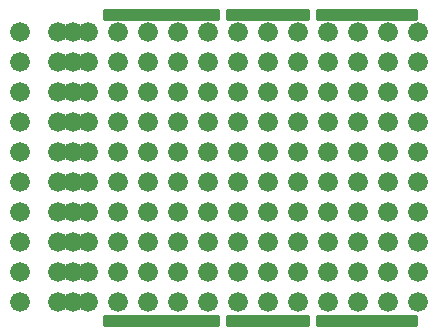
<source format=gbr>
%FSLAX46Y46*%
G04 Gerber Fmt 4.6, Leading zero omitted, Abs format (unit mm)*
G04 Created by KiCad (PCBNEW (2014-08-29 BZR 5106)-product) date Fri 17 Oct 2014 02:56:12 PM PDT*
%MOMM*%
G01*
G04 APERTURE LIST*
%ADD10C,0.100000*%
%ADD11C,1.676400*%
%ADD12C,0.254000*%
G04 APERTURE END LIST*
D10*
D11*
X134620000Y-113030000D03*
X134620000Y-110490000D03*
X134620000Y-107950000D03*
X134620000Y-105410000D03*
X134620000Y-102870000D03*
X134620000Y-100330000D03*
X134620000Y-97790000D03*
X134620000Y-95250000D03*
X134620000Y-92710000D03*
X134620000Y-90170000D03*
X137160000Y-113030000D03*
X137160000Y-110490000D03*
X137160000Y-107950000D03*
X137160000Y-105410000D03*
X137160000Y-102870000D03*
X137160000Y-100330000D03*
X137160000Y-97790000D03*
X137160000Y-95250000D03*
X137160000Y-92710000D03*
X137160000Y-90170000D03*
X139700000Y-113030000D03*
X139700000Y-110490000D03*
X139700000Y-107950000D03*
X139700000Y-105410000D03*
X139700000Y-102870000D03*
X139700000Y-100330000D03*
X139700000Y-97790000D03*
X139700000Y-95250000D03*
X139700000Y-92710000D03*
X139700000Y-90170000D03*
X142240000Y-113030000D03*
X142240000Y-110490000D03*
X142240000Y-107950000D03*
X142240000Y-105410000D03*
X142240000Y-102870000D03*
X142240000Y-100330000D03*
X142240000Y-97790000D03*
X142240000Y-95250000D03*
X142240000Y-92710000D03*
X142240000Y-90170000D03*
X144780000Y-113030000D03*
X144780000Y-110490000D03*
X144780000Y-107950000D03*
X144780000Y-105410000D03*
X144780000Y-102870000D03*
X144780000Y-100330000D03*
X144780000Y-97790000D03*
X144780000Y-95250000D03*
X144780000Y-92710000D03*
X144780000Y-90170000D03*
X147320000Y-113030000D03*
X147320000Y-110490000D03*
X147320000Y-107950000D03*
X147320000Y-105410000D03*
X147320000Y-102870000D03*
X147320000Y-100330000D03*
X147320000Y-97790000D03*
X147320000Y-95250000D03*
X147320000Y-92710000D03*
X147320000Y-90170000D03*
X149860000Y-113030000D03*
X149860000Y-110490000D03*
X149860000Y-107950000D03*
X149860000Y-105410000D03*
X149860000Y-102870000D03*
X149860000Y-100330000D03*
X149860000Y-97790000D03*
X149860000Y-95250000D03*
X149860000Y-92710000D03*
X149860000Y-90170000D03*
X152400000Y-113030000D03*
X152400000Y-110490000D03*
X152400000Y-107950000D03*
X152400000Y-105410000D03*
X152400000Y-102870000D03*
X152400000Y-100330000D03*
X152400000Y-97790000D03*
X152400000Y-95250000D03*
X152400000Y-92710000D03*
X152400000Y-90170000D03*
X154940000Y-113030000D03*
X154940000Y-110490000D03*
X154940000Y-107950000D03*
X154940000Y-105410000D03*
X154940000Y-102870000D03*
X154940000Y-100330000D03*
X154940000Y-97790000D03*
X154940000Y-95250000D03*
X154940000Y-92710000D03*
X154940000Y-90170000D03*
X157480000Y-113030000D03*
X157480000Y-110490000D03*
X157480000Y-107950000D03*
X157480000Y-105410000D03*
X157480000Y-102870000D03*
X157480000Y-100330000D03*
X157480000Y-97790000D03*
X157480000Y-95250000D03*
X157480000Y-92710000D03*
X157480000Y-90170000D03*
X160020000Y-113030000D03*
X160020000Y-110490000D03*
X160020000Y-107950000D03*
X160020000Y-105410000D03*
X160020000Y-102870000D03*
X160020000Y-100330000D03*
X160020000Y-97790000D03*
X160020000Y-95250000D03*
X160020000Y-92710000D03*
X160020000Y-90170000D03*
X162560000Y-113030000D03*
X162560000Y-110490000D03*
X162560000Y-107950000D03*
X162560000Y-105410000D03*
X162560000Y-102870000D03*
X162560000Y-100330000D03*
X162560000Y-97790000D03*
X162560000Y-95250000D03*
X162560000Y-92710000D03*
X162560000Y-90170000D03*
X132080000Y-113030000D03*
X132080000Y-110490000D03*
X132080000Y-107950000D03*
X132080000Y-105410000D03*
X132080000Y-102870000D03*
X132080000Y-100330000D03*
X132080000Y-97790000D03*
X132080000Y-95250000D03*
X132080000Y-92710000D03*
X132080000Y-90170000D03*
X133350000Y-113030000D03*
X133350000Y-110490000D03*
X133350000Y-107950000D03*
X133350000Y-105410000D03*
X133350000Y-102870000D03*
X133350000Y-100330000D03*
X133350000Y-97790000D03*
X133350000Y-95250000D03*
X133350000Y-92710000D03*
X133350000Y-90170000D03*
X128905000Y-113030000D03*
X128905000Y-110490000D03*
X128905000Y-107950000D03*
X128905000Y-105410000D03*
X128905000Y-102870000D03*
X128905000Y-100330000D03*
X128905000Y-97790000D03*
X128905000Y-95250000D03*
X128905000Y-92710000D03*
X128905000Y-90170000D03*
D12*
G36*
X145669000Y-114932944D02*
X136017000Y-114932944D01*
X136017000Y-114170944D01*
X145669000Y-114170944D01*
X145669000Y-114932944D01*
X145669000Y-114932944D01*
G37*
X145669000Y-114932944D02*
X136017000Y-114932944D01*
X136017000Y-114170944D01*
X145669000Y-114170944D01*
X145669000Y-114932944D01*
G36*
X153289000Y-114932944D02*
X146431000Y-114932944D01*
X146431000Y-114170944D01*
X153289000Y-114170944D01*
X153289000Y-114932944D01*
X153289000Y-114932944D01*
G37*
X153289000Y-114932944D02*
X146431000Y-114932944D01*
X146431000Y-114170944D01*
X153289000Y-114170944D01*
X153289000Y-114932944D01*
G36*
X162433000Y-114932944D02*
X154051000Y-114932944D01*
X154051000Y-114170944D01*
X162433000Y-114170944D01*
X162433000Y-114932944D01*
X162433000Y-114932944D01*
G37*
X162433000Y-114932944D02*
X154051000Y-114932944D01*
X154051000Y-114170944D01*
X162433000Y-114170944D01*
X162433000Y-114932944D01*
G36*
X145669000Y-89024944D02*
X136017000Y-89024944D01*
X136017000Y-88262944D01*
X145669000Y-88262944D01*
X145669000Y-89024944D01*
X145669000Y-89024944D01*
G37*
X145669000Y-89024944D02*
X136017000Y-89024944D01*
X136017000Y-88262944D01*
X145669000Y-88262944D01*
X145669000Y-89024944D01*
G36*
X153289000Y-89024944D02*
X146431000Y-89024944D01*
X146431000Y-88262944D01*
X153289000Y-88262944D01*
X153289000Y-89024944D01*
X153289000Y-89024944D01*
G37*
X153289000Y-89024944D02*
X146431000Y-89024944D01*
X146431000Y-88262944D01*
X153289000Y-88262944D01*
X153289000Y-89024944D01*
G36*
X162433000Y-89024944D02*
X154051000Y-89024944D01*
X154051000Y-88262944D01*
X162433000Y-88262944D01*
X162433000Y-89024944D01*
X162433000Y-89024944D01*
G37*
X162433000Y-89024944D02*
X154051000Y-89024944D01*
X154051000Y-88262944D01*
X162433000Y-88262944D01*
X162433000Y-89024944D01*
M02*

</source>
